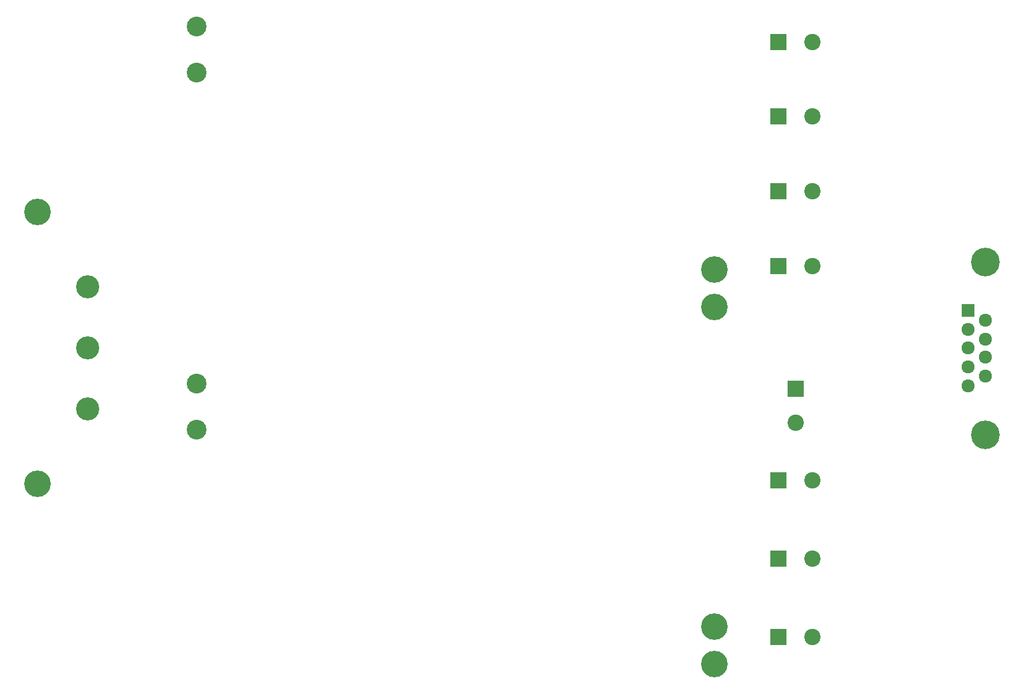
<source format=gts>
G04 #@! TF.FileFunction,Soldermask,Top*
%FSLAX46Y46*%
G04 Gerber Fmt 4.6, Leading zero omitted, Abs format (unit mm)*
G04 Created by KiCad (PCBNEW 4.0.7) date 08/30/17 11:51:51*
%MOMM*%
%LPD*%
G01*
G04 APERTURE LIST*
%ADD10C,0.150000*%
%ADD11C,3.900000*%
%ADD12C,2.900000*%
%ADD13R,2.400000X2.400000*%
%ADD14C,2.400000*%
%ADD15C,4.210000*%
%ADD16R,1.920000X1.920000*%
%ADD17C,1.920000*%
%ADD18C,3.400000*%
G04 APERTURE END LIST*
D10*
D11*
X108060000Y-54000000D03*
D12*
X32060000Y-12750000D03*
X32060000Y-19500000D03*
D11*
X108060000Y-48500000D03*
D13*
X117500000Y-102500000D03*
D14*
X122500000Y-102500000D03*
D13*
X117500000Y-48000000D03*
D14*
X122500000Y-48000000D03*
D13*
X117500000Y-91000000D03*
D14*
X122500000Y-91000000D03*
D13*
X117500000Y-37000000D03*
D14*
X122500000Y-37000000D03*
D13*
X117500000Y-79500000D03*
D14*
X122500000Y-79500000D03*
D13*
X117500000Y-26000000D03*
D14*
X122500000Y-26000000D03*
D13*
X120000000Y-66000000D03*
D14*
X120000000Y-71000000D03*
D13*
X117500000Y-15000000D03*
D14*
X122500000Y-15000000D03*
D15*
X147840000Y-72790000D03*
X147840000Y-47390000D03*
D16*
X145300000Y-54500000D03*
D17*
X145300000Y-57290000D03*
X145300000Y-59960000D03*
X145300000Y-62760000D03*
X145300000Y-65550000D03*
X147840000Y-55900000D03*
X147840000Y-58690000D03*
X147840000Y-61360000D03*
X147840000Y-64150000D03*
D11*
X108060000Y-106500000D03*
D12*
X32060000Y-65250000D03*
X32060000Y-72000000D03*
D11*
X108060000Y-101000000D03*
X8700000Y-40000000D03*
D18*
X16000000Y-69000000D03*
X16000000Y-51000000D03*
X16000000Y-60000000D03*
D11*
X8700000Y-80000000D03*
M02*

</source>
